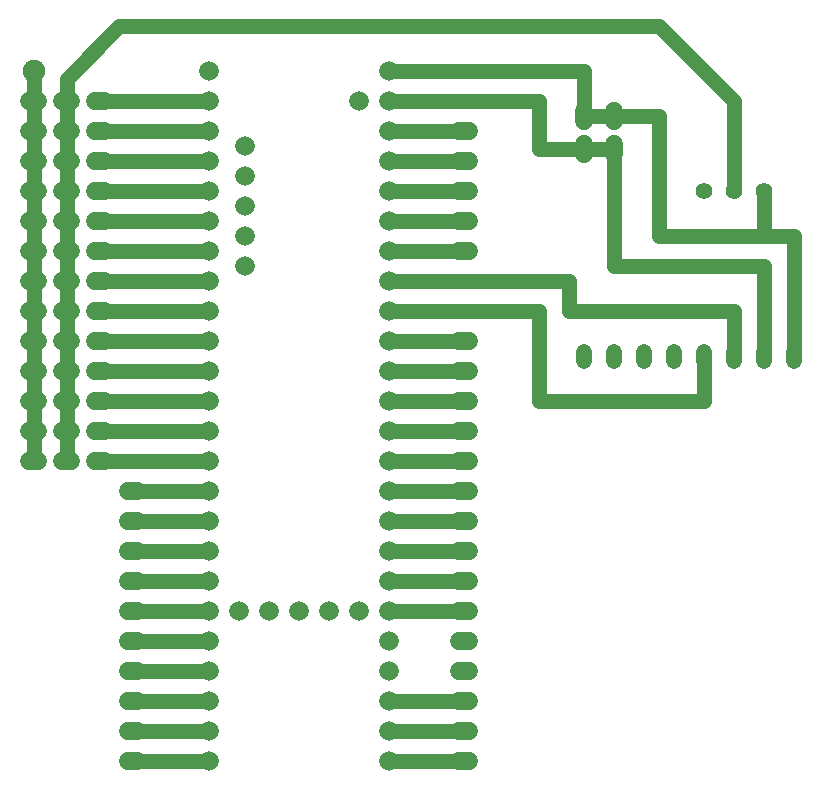
<source format=gbr>
G04 EAGLE Gerber RS-274X export*
G75*
%MOMM*%
%FSLAX34Y34*%
%LPD*%
%INTop Copper*%
%IPPOS*%
%AMOC8*
5,1,8,0,0,1.08239X$1,22.5*%
G01*
%ADD10C,1.665000*%
%ADD11C,1.524000*%
%ADD12C,1.408000*%
%ADD13C,1.320800*%
%ADD14C,1.270000*%
%ADD15C,0.304800*%
%ADD16C,1.905000*%


D10*
X190500Y584200D03*
X190500Y558800D03*
X190500Y533400D03*
X190500Y508000D03*
X190500Y482600D03*
X190500Y457200D03*
X190500Y431800D03*
X190500Y406400D03*
X190500Y381000D03*
X190500Y355600D03*
X190500Y330200D03*
X190500Y304800D03*
X342900Y304800D03*
X342900Y330200D03*
X342900Y355600D03*
X342900Y381000D03*
X342900Y406400D03*
X342900Y431800D03*
X342900Y457200D03*
X342900Y482600D03*
X342900Y508000D03*
X342900Y533400D03*
X342900Y558800D03*
X190500Y254000D03*
X190500Y228600D03*
X190500Y203200D03*
X190500Y177800D03*
X190500Y152400D03*
X190500Y127000D03*
X190500Y101600D03*
X190500Y76200D03*
X190500Y50800D03*
X342900Y50800D03*
X342900Y76200D03*
X342900Y101600D03*
X342900Y127000D03*
X342900Y152400D03*
X342900Y177800D03*
X342900Y203200D03*
X342900Y228600D03*
X342900Y254000D03*
X190500Y279400D03*
X215900Y177800D03*
X241300Y177800D03*
X266700Y177800D03*
X292100Y177800D03*
X317500Y177800D03*
X221000Y469900D03*
X221000Y495300D03*
X221000Y520700D03*
X221000Y546100D03*
X221000Y571500D03*
X342900Y584200D03*
X342900Y635000D03*
X190500Y609600D03*
X317500Y609600D03*
X342900Y279400D03*
X342900Y609600D03*
X190500Y635000D03*
D11*
X101981Y609600D02*
X93599Y609600D01*
X93599Y584200D02*
X101981Y584200D01*
X101981Y558800D02*
X93599Y558800D01*
X93599Y533400D02*
X101981Y533400D01*
X101981Y508000D02*
X93599Y508000D01*
X93599Y482600D02*
X101981Y482600D01*
X101981Y457200D02*
X93599Y457200D01*
X93599Y431800D02*
X101981Y431800D01*
X101981Y406400D02*
X93599Y406400D01*
X93599Y381000D02*
X101981Y381000D01*
X101981Y355600D02*
X93599Y355600D01*
X93599Y330200D02*
X101981Y330200D01*
X101981Y304800D02*
X93599Y304800D01*
X74041Y304800D02*
X65659Y304800D01*
X65659Y330200D02*
X74041Y330200D01*
X74041Y355600D02*
X65659Y355600D01*
X65659Y381000D02*
X74041Y381000D01*
X74041Y406400D02*
X65659Y406400D01*
X65659Y431800D02*
X74041Y431800D01*
X74041Y457200D02*
X65659Y457200D01*
X65659Y482600D02*
X74041Y482600D01*
X74041Y508000D02*
X65659Y508000D01*
X65659Y533400D02*
X74041Y533400D01*
X74041Y558800D02*
X65659Y558800D01*
X65659Y584200D02*
X74041Y584200D01*
X74041Y609600D02*
X65659Y609600D01*
X46101Y304800D02*
X37719Y304800D01*
X37719Y330200D02*
X46101Y330200D01*
X46101Y355600D02*
X37719Y355600D01*
X37719Y381000D02*
X46101Y381000D01*
X46101Y406400D02*
X37719Y406400D01*
X37719Y431800D02*
X46101Y431800D01*
X46101Y457200D02*
X37719Y457200D01*
X37719Y482600D02*
X46101Y482600D01*
X46101Y508000D02*
X37719Y508000D01*
X37719Y533400D02*
X46101Y533400D01*
X46101Y558800D02*
X37719Y558800D01*
X37719Y584200D02*
X46101Y584200D01*
X46101Y609600D02*
X37719Y609600D01*
D12*
X610000Y533400D03*
X635000Y533400D03*
X660000Y533400D03*
D11*
X129921Y279400D02*
X121539Y279400D01*
X121539Y254000D02*
X129921Y254000D01*
X129921Y228600D02*
X121539Y228600D01*
X121539Y203200D02*
X129921Y203200D01*
X129921Y177800D02*
X121539Y177800D01*
X121539Y152400D02*
X129921Y152400D01*
X129921Y127000D02*
X121539Y127000D01*
X121539Y101600D02*
X129921Y101600D01*
X129921Y76200D02*
X121539Y76200D01*
X121539Y50800D02*
X129921Y50800D01*
X402209Y279400D02*
X410591Y279400D01*
X410591Y254000D02*
X402209Y254000D01*
X402209Y228600D02*
X410591Y228600D01*
X410591Y203200D02*
X402209Y203200D01*
X402209Y177800D02*
X410591Y177800D01*
X410591Y152400D02*
X402209Y152400D01*
X402209Y127000D02*
X410591Y127000D01*
X410591Y101600D02*
X402209Y101600D01*
X402209Y76200D02*
X410591Y76200D01*
X410591Y50800D02*
X402209Y50800D01*
D13*
X508000Y390068D02*
X508000Y397332D01*
X533400Y397332D02*
X533400Y390068D01*
X558800Y390068D02*
X558800Y397332D01*
X584200Y397332D02*
X584200Y390068D01*
X609600Y390068D02*
X609600Y397332D01*
X635000Y397332D02*
X635000Y390068D01*
X660400Y390068D02*
X660400Y397332D01*
X685800Y397332D02*
X685800Y390068D01*
D11*
X410591Y406400D02*
X402209Y406400D01*
X402209Y381000D02*
X410591Y381000D01*
X410591Y355600D02*
X402209Y355600D01*
X402209Y330200D02*
X410591Y330200D01*
X410591Y304800D02*
X402209Y304800D01*
X402209Y584200D02*
X410591Y584200D01*
X410591Y558800D02*
X402209Y558800D01*
X402209Y533400D02*
X410591Y533400D01*
X410591Y508000D02*
X402209Y508000D01*
X402209Y482600D02*
X410591Y482600D01*
X508000Y564769D02*
X508000Y573151D01*
X533400Y573151D02*
X533400Y564769D01*
X508000Y592709D02*
X508000Y601091D01*
X533400Y601091D02*
X533400Y592709D01*
D14*
X190500Y584200D02*
X97790Y584200D01*
X97790Y558800D02*
X190500Y558800D01*
X190500Y533400D02*
X97790Y533400D01*
X97790Y508000D02*
X190500Y508000D01*
X190500Y482600D02*
X97790Y482600D01*
X97790Y457200D02*
X190500Y457200D01*
X190500Y431800D02*
X97790Y431800D01*
X97790Y406400D02*
X190500Y406400D01*
X190500Y381000D02*
X97790Y381000D01*
X97790Y355600D02*
X190500Y355600D01*
X190500Y330200D02*
X97790Y330200D01*
X97790Y304800D02*
X190500Y304800D01*
X190500Y609600D02*
X97790Y609600D01*
X69850Y330200D02*
X69850Y304800D01*
X69850Y330200D02*
X69850Y355600D01*
X69850Y381000D01*
X69850Y406400D01*
X69850Y431800D01*
X69850Y457200D01*
X69850Y482600D01*
X69850Y508000D01*
X69850Y533400D01*
X69850Y558800D01*
X69850Y584200D01*
X69850Y609600D01*
X69850Y628650D01*
X114300Y673100D01*
X571500Y673100D01*
X635000Y609600D01*
X635000Y533400D01*
X533400Y596900D02*
X508000Y596900D01*
X508000Y635000D01*
X342900Y635000D01*
X571500Y596900D02*
X571500Y495300D01*
X660400Y495300D01*
X660400Y533400D01*
D15*
X660000Y533400D01*
D14*
X571500Y596900D02*
X533400Y596900D01*
X685800Y495300D02*
X685800Y393700D01*
X685800Y495300D02*
X660400Y495300D01*
X190500Y279400D02*
X125730Y279400D01*
X125730Y254000D02*
X190500Y254000D01*
X190500Y228600D02*
X125730Y228600D01*
X125730Y203200D02*
X190500Y203200D01*
X190500Y177800D02*
X125730Y177800D01*
X125730Y152400D02*
X190500Y152400D01*
X190500Y127000D02*
X125730Y127000D01*
X125730Y101600D02*
X190500Y101600D01*
X190500Y76200D02*
X125730Y76200D01*
X125730Y50800D02*
X190500Y50800D01*
X342900Y254000D02*
X406400Y254000D01*
X406400Y228600D02*
X342900Y228600D01*
X342900Y203200D02*
X406400Y203200D01*
X406400Y177800D02*
X342900Y177800D01*
X342900Y50800D02*
X406400Y50800D01*
X406400Y76200D02*
X342900Y76200D01*
X342900Y101600D02*
X406400Y101600D01*
X406400Y533400D02*
X342900Y533400D01*
X342900Y508000D02*
X406400Y508000D01*
X406400Y482600D02*
X342900Y482600D01*
X342900Y406400D02*
X406400Y406400D01*
X406400Y381000D02*
X342900Y381000D01*
X342900Y355600D02*
X406400Y355600D01*
X406400Y330200D02*
X342900Y330200D01*
X342900Y558800D02*
X406400Y558800D01*
X406400Y304800D02*
X342900Y304800D01*
X342900Y457200D02*
X495300Y457200D01*
X495300Y431800D01*
X635000Y431800D01*
X635000Y393700D01*
X609600Y393700D02*
X609600Y355600D01*
X469900Y355600D01*
X469900Y431800D01*
X342900Y431800D01*
X342900Y584200D02*
X406400Y584200D01*
X406400Y279400D02*
X342900Y279400D01*
X469900Y568960D02*
X508000Y568960D01*
X469900Y568960D02*
X469900Y609600D01*
X342900Y609600D01*
X508000Y568960D02*
X533400Y568960D01*
X533400Y469900D01*
X660400Y469900D01*
X660400Y393700D01*
X41910Y330200D02*
X41910Y304800D01*
X41910Y330200D02*
X41910Y355600D01*
X41910Y381000D01*
X41910Y406400D01*
X41910Y431800D01*
X41910Y457200D01*
X41910Y482600D01*
X41910Y508000D01*
X41910Y533400D01*
X41910Y558800D01*
X41910Y584200D01*
X41910Y609600D01*
X41910Y635000D01*
D16*
X41910Y635000D03*
M02*

</source>
